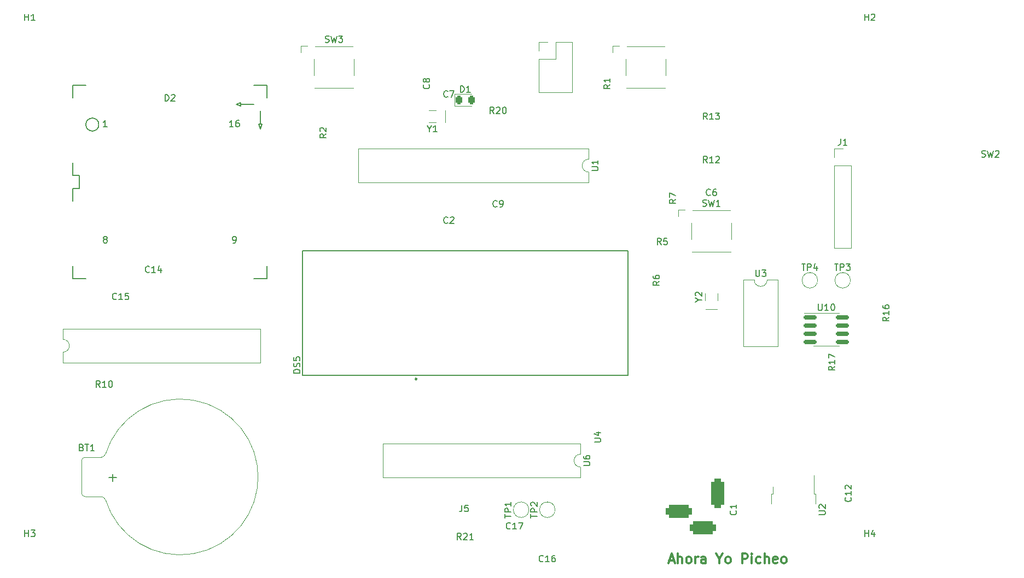
<source format=gbr>
%TF.GenerationSoftware,KiCad,Pcbnew,(6.0.5-0)*%
%TF.CreationDate,2022-07-18T19:56:44-07:00*%
%TF.ProjectId,MartincitoClock,4d617274-696e-4636-9974-6f436c6f636b,rev?*%
%TF.SameCoordinates,PX4b17a20PY8a12ae0*%
%TF.FileFunction,Legend,Top*%
%TF.FilePolarity,Positive*%
%FSLAX46Y46*%
G04 Gerber Fmt 4.6, Leading zero omitted, Abs format (unit mm)*
G04 Created by KiCad (PCBNEW (6.0.5-0)) date 2022-07-18 19:56:44*
%MOMM*%
%LPD*%
G01*
G04 APERTURE LIST*
G04 Aperture macros list*
%AMRoundRect*
0 Rectangle with rounded corners*
0 $1 Rounding radius*
0 $2 $3 $4 $5 $6 $7 $8 $9 X,Y pos of 4 corners*
0 Add a 4 corners polygon primitive as box body*
4,1,4,$2,$3,$4,$5,$6,$7,$8,$9,$2,$3,0*
0 Add four circle primitives for the rounded corners*
1,1,$1+$1,$2,$3*
1,1,$1+$1,$4,$5*
1,1,$1+$1,$6,$7*
1,1,$1+$1,$8,$9*
0 Add four rect primitives between the rounded corners*
20,1,$1+$1,$2,$3,$4,$5,0*
20,1,$1+$1,$4,$5,$6,$7,0*
20,1,$1+$1,$6,$7,$8,$9,0*
20,1,$1+$1,$8,$9,$2,$3,0*%
G04 Aperture macros list end*
%ADD10C,0.300000*%
%ADD11C,0.150000*%
%ADD12C,0.120000*%
%ADD13C,0.250000*%
%ADD14R,1.150000X1.400000*%
%ADD15RoundRect,0.150000X-0.825000X-0.150000X0.825000X-0.150000X0.825000X0.150000X-0.825000X0.150000X0*%
%ADD16C,3.200000*%
%ADD17C,2.000000*%
%ADD18O,1.700000X1.700000*%
%ADD19R,1.700000X1.700000*%
%ADD20R,1.400000X1.150000*%
%ADD21RoundRect,0.243750X-0.243750X-0.456250X0.243750X-0.456250X0.243750X0.456250X-0.243750X0.456250X0*%
%ADD22R,1.800000X1.000000*%
%ADD23R,1.000000X1.800000*%
%ADD24R,1.600000X1.600000*%
%ADD25O,1.600000X1.600000*%
%ADD26C,1.524000*%
%ADD27R,3.000000X3.000000*%
%ADD28C,3.000000*%
%ADD29R,1.200000X2.200000*%
%ADD30R,5.800000X6.400000*%
%ADD31R,1.400000X1.400000*%
%ADD32C,1.400000*%
%ADD33R,1.600000X1.400000*%
%ADD34RoundRect,0.500000X0.500000X-1.750000X0.500000X1.750000X-0.500000X1.750000X-0.500000X-1.750000X0*%
%ADD35RoundRect,0.500000X1.500000X0.500000X-1.500000X0.500000X-1.500000X-0.500000X1.500000X-0.500000X0*%
G04 APERTURE END LIST*
D10*
X105228571Y4830000D02*
X105942857Y4830000D01*
X105085714Y4401429D02*
X105585714Y5901429D01*
X106085714Y4401429D01*
X106585714Y4401429D02*
X106585714Y5901429D01*
X107228571Y4401429D02*
X107228571Y5187143D01*
X107157142Y5330000D01*
X107014285Y5401429D01*
X106800000Y5401429D01*
X106657142Y5330000D01*
X106585714Y5258572D01*
X108157142Y4401429D02*
X108014285Y4472858D01*
X107942857Y4544286D01*
X107871428Y4687143D01*
X107871428Y5115715D01*
X107942857Y5258572D01*
X108014285Y5330000D01*
X108157142Y5401429D01*
X108371428Y5401429D01*
X108514285Y5330000D01*
X108585714Y5258572D01*
X108657142Y5115715D01*
X108657142Y4687143D01*
X108585714Y4544286D01*
X108514285Y4472858D01*
X108371428Y4401429D01*
X108157142Y4401429D01*
X109300000Y4401429D02*
X109300000Y5401429D01*
X109300000Y5115715D02*
X109371428Y5258572D01*
X109442857Y5330000D01*
X109585714Y5401429D01*
X109728571Y5401429D01*
X110871428Y4401429D02*
X110871428Y5187143D01*
X110800000Y5330000D01*
X110657142Y5401429D01*
X110371428Y5401429D01*
X110228571Y5330000D01*
X110871428Y4472858D02*
X110728571Y4401429D01*
X110371428Y4401429D01*
X110228571Y4472858D01*
X110157142Y4615715D01*
X110157142Y4758572D01*
X110228571Y4901429D01*
X110371428Y4972858D01*
X110728571Y4972858D01*
X110871428Y5044286D01*
X113014285Y5115715D02*
X113014285Y4401429D01*
X112514285Y5901429D02*
X113014285Y5115715D01*
X113514285Y5901429D01*
X114228571Y4401429D02*
X114085714Y4472858D01*
X114014285Y4544286D01*
X113942857Y4687143D01*
X113942857Y5115715D01*
X114014285Y5258572D01*
X114085714Y5330000D01*
X114228571Y5401429D01*
X114442857Y5401429D01*
X114585714Y5330000D01*
X114657142Y5258572D01*
X114728571Y5115715D01*
X114728571Y4687143D01*
X114657142Y4544286D01*
X114585714Y4472858D01*
X114442857Y4401429D01*
X114228571Y4401429D01*
X116514285Y4401429D02*
X116514285Y5901429D01*
X117085714Y5901429D01*
X117228571Y5830000D01*
X117300000Y5758572D01*
X117371428Y5615715D01*
X117371428Y5401429D01*
X117300000Y5258572D01*
X117228571Y5187143D01*
X117085714Y5115715D01*
X116514285Y5115715D01*
X118014285Y4401429D02*
X118014285Y5401429D01*
X118014285Y5901429D02*
X117942857Y5830000D01*
X118014285Y5758572D01*
X118085714Y5830000D01*
X118014285Y5901429D01*
X118014285Y5758572D01*
X119371428Y4472858D02*
X119228571Y4401429D01*
X118942857Y4401429D01*
X118800000Y4472858D01*
X118728571Y4544286D01*
X118657142Y4687143D01*
X118657142Y5115715D01*
X118728571Y5258572D01*
X118800000Y5330000D01*
X118942857Y5401429D01*
X119228571Y5401429D01*
X119371428Y5330000D01*
X120014285Y4401429D02*
X120014285Y5901429D01*
X120657142Y4401429D02*
X120657142Y5187143D01*
X120585714Y5330000D01*
X120442857Y5401429D01*
X120228571Y5401429D01*
X120085714Y5330000D01*
X120014285Y5258572D01*
X121942857Y4472858D02*
X121800000Y4401429D01*
X121514285Y4401429D01*
X121371428Y4472858D01*
X121300000Y4615715D01*
X121300000Y5187143D01*
X121371428Y5330000D01*
X121514285Y5401429D01*
X121800000Y5401429D01*
X121942857Y5330000D01*
X122014285Y5187143D01*
X122014285Y5044286D01*
X121300000Y4901429D01*
X122871428Y4401429D02*
X122728571Y4472858D01*
X122657142Y4544286D01*
X122585714Y4687143D01*
X122585714Y5115715D01*
X122657142Y5258572D01*
X122728571Y5330000D01*
X122871428Y5401429D01*
X123085714Y5401429D01*
X123228571Y5330000D01*
X123300000Y5258572D01*
X123371428Y5115715D01*
X123371428Y4687143D01*
X123300000Y4544286D01*
X123228571Y4472858D01*
X123085714Y4401429D01*
X122871428Y4401429D01*
D11*
%TO.C,C6*%
X111593333Y61492858D02*
X111545714Y61445239D01*
X111402857Y61397620D01*
X111307619Y61397620D01*
X111164761Y61445239D01*
X111069523Y61540477D01*
X111021904Y61635715D01*
X110974285Y61826191D01*
X110974285Y61969048D01*
X111021904Y62159524D01*
X111069523Y62254762D01*
X111164761Y62350000D01*
X111307619Y62397620D01*
X111402857Y62397620D01*
X111545714Y62350000D01*
X111593333Y62302381D01*
X112450476Y62397620D02*
X112260000Y62397620D01*
X112164761Y62350000D01*
X112117142Y62302381D01*
X112021904Y62159524D01*
X111974285Y61969048D01*
X111974285Y61588096D01*
X112021904Y61492858D01*
X112069523Y61445239D01*
X112164761Y61397620D01*
X112355238Y61397620D01*
X112450476Y61445239D01*
X112498095Y61492858D01*
X112545714Y61588096D01*
X112545714Y61826191D01*
X112498095Y61921429D01*
X112450476Y61969048D01*
X112355238Y62016667D01*
X112164761Y62016667D01*
X112069523Y61969048D01*
X112021904Y61921429D01*
X111974285Y61826191D01*
%TO.C,U10*%
X128301904Y44587620D02*
X128301904Y43778096D01*
X128349523Y43682858D01*
X128397142Y43635239D01*
X128492380Y43587620D01*
X128682857Y43587620D01*
X128778095Y43635239D01*
X128825714Y43682858D01*
X128873333Y43778096D01*
X128873333Y44587620D01*
X129873333Y43587620D02*
X129301904Y43587620D01*
X129587619Y43587620D02*
X129587619Y44587620D01*
X129492380Y44444762D01*
X129397142Y44349524D01*
X129301904Y44301905D01*
X130492380Y44587620D02*
X130587619Y44587620D01*
X130682857Y44540000D01*
X130730476Y44492381D01*
X130778095Y44397143D01*
X130825714Y44206667D01*
X130825714Y43968572D01*
X130778095Y43778096D01*
X130730476Y43682858D01*
X130682857Y43635239D01*
X130587619Y43587620D01*
X130492380Y43587620D01*
X130397142Y43635239D01*
X130349523Y43682858D01*
X130301904Y43778096D01*
X130254285Y43968572D01*
X130254285Y44206667D01*
X130301904Y44397143D01*
X130349523Y44492381D01*
X130397142Y44540000D01*
X130492380Y44587620D01*
%TO.C,H4*%
X135498095Y8527620D02*
X135498095Y9527620D01*
X135498095Y9051429D02*
X136069523Y9051429D01*
X136069523Y8527620D02*
X136069523Y9527620D01*
X136974285Y9194286D02*
X136974285Y8527620D01*
X136736190Y9575239D02*
X136498095Y8860953D01*
X137117142Y8860953D01*
%TO.C,R20*%
X78097142Y74097620D02*
X77763809Y74573810D01*
X77525714Y74097620D02*
X77525714Y75097620D01*
X77906666Y75097620D01*
X78001904Y75050000D01*
X78049523Y75002381D01*
X78097142Y74907143D01*
X78097142Y74764286D01*
X78049523Y74669048D01*
X78001904Y74621429D01*
X77906666Y74573810D01*
X77525714Y74573810D01*
X78478095Y75002381D02*
X78525714Y75050000D01*
X78620952Y75097620D01*
X78859047Y75097620D01*
X78954285Y75050000D01*
X79001904Y75002381D01*
X79049523Y74907143D01*
X79049523Y74811905D01*
X79001904Y74669048D01*
X78430476Y74097620D01*
X79049523Y74097620D01*
X79668571Y75097620D02*
X79763809Y75097620D01*
X79859047Y75050000D01*
X79906666Y75002381D01*
X79954285Y74907143D01*
X80001904Y74716667D01*
X80001904Y74478572D01*
X79954285Y74288096D01*
X79906666Y74192858D01*
X79859047Y74145239D01*
X79763809Y74097620D01*
X79668571Y74097620D01*
X79573333Y74145239D01*
X79525714Y74192858D01*
X79478095Y74288096D01*
X79430476Y74478572D01*
X79430476Y74716667D01*
X79478095Y74907143D01*
X79525714Y75002381D01*
X79573333Y75050000D01*
X79668571Y75097620D01*
%TO.C,C16*%
X85717142Y4722858D02*
X85669523Y4675239D01*
X85526666Y4627620D01*
X85431428Y4627620D01*
X85288571Y4675239D01*
X85193333Y4770477D01*
X85145714Y4865715D01*
X85098095Y5056191D01*
X85098095Y5199048D01*
X85145714Y5389524D01*
X85193333Y5484762D01*
X85288571Y5580000D01*
X85431428Y5627620D01*
X85526666Y5627620D01*
X85669523Y5580000D01*
X85717142Y5532381D01*
X86669523Y4627620D02*
X86098095Y4627620D01*
X86383809Y4627620D02*
X86383809Y5627620D01*
X86288571Y5484762D01*
X86193333Y5389524D01*
X86098095Y5341905D01*
X87526666Y5627620D02*
X87336190Y5627620D01*
X87240952Y5580000D01*
X87193333Y5532381D01*
X87098095Y5389524D01*
X87050476Y5199048D01*
X87050476Y4818096D01*
X87098095Y4722858D01*
X87145714Y4675239D01*
X87240952Y4627620D01*
X87431428Y4627620D01*
X87526666Y4675239D01*
X87574285Y4722858D01*
X87621904Y4818096D01*
X87621904Y5056191D01*
X87574285Y5151429D01*
X87526666Y5199048D01*
X87431428Y5246667D01*
X87240952Y5246667D01*
X87145714Y5199048D01*
X87098095Y5151429D01*
X87050476Y5056191D01*
%TO.C,C15*%
X19677142Y45362858D02*
X19629523Y45315239D01*
X19486666Y45267620D01*
X19391428Y45267620D01*
X19248571Y45315239D01*
X19153333Y45410477D01*
X19105714Y45505715D01*
X19058095Y45696191D01*
X19058095Y45839048D01*
X19105714Y46029524D01*
X19153333Y46124762D01*
X19248571Y46220000D01*
X19391428Y46267620D01*
X19486666Y46267620D01*
X19629523Y46220000D01*
X19677142Y46172381D01*
X20629523Y45267620D02*
X20058095Y45267620D01*
X20343809Y45267620D02*
X20343809Y46267620D01*
X20248571Y46124762D01*
X20153333Y46029524D01*
X20058095Y45981905D01*
X21534285Y46267620D02*
X21058095Y46267620D01*
X21010476Y45791429D01*
X21058095Y45839048D01*
X21153333Y45886667D01*
X21391428Y45886667D01*
X21486666Y45839048D01*
X21534285Y45791429D01*
X21581904Y45696191D01*
X21581904Y45458096D01*
X21534285Y45362858D01*
X21486666Y45315239D01*
X21391428Y45267620D01*
X21153333Y45267620D01*
X21058095Y45315239D01*
X21010476Y45362858D01*
%TO.C,TP3*%
X130818095Y50805620D02*
X131389523Y50805620D01*
X131103809Y49805620D02*
X131103809Y50805620D01*
X131722857Y49805620D02*
X131722857Y50805620D01*
X132103809Y50805620D01*
X132199047Y50758000D01*
X132246666Y50710381D01*
X132294285Y50615143D01*
X132294285Y50472286D01*
X132246666Y50377048D01*
X132199047Y50329429D01*
X132103809Y50281810D01*
X131722857Y50281810D01*
X132627619Y50805620D02*
X133246666Y50805620D01*
X132913333Y50424667D01*
X133056190Y50424667D01*
X133151428Y50377048D01*
X133199047Y50329429D01*
X133246666Y50234191D01*
X133246666Y49996096D01*
X133199047Y49900858D01*
X133151428Y49853239D01*
X133056190Y49805620D01*
X132770476Y49805620D01*
X132675238Y49853239D01*
X132627619Y49900858D01*
%TO.C,J1*%
X131746666Y70187620D02*
X131746666Y69473334D01*
X131699047Y69330477D01*
X131603809Y69235239D01*
X131460952Y69187620D01*
X131365714Y69187620D01*
X132746666Y69187620D02*
X132175238Y69187620D01*
X132460952Y69187620D02*
X132460952Y70187620D01*
X132365714Y70044762D01*
X132270476Y69949524D01*
X132175238Y69901905D01*
%TO.C,R7*%
X106242380Y60793334D02*
X105766190Y60460000D01*
X106242380Y60221905D02*
X105242380Y60221905D01*
X105242380Y60602858D01*
X105290000Y60698096D01*
X105337619Y60745715D01*
X105432857Y60793334D01*
X105575714Y60793334D01*
X105670952Y60745715D01*
X105718571Y60698096D01*
X105766190Y60602858D01*
X105766190Y60221905D01*
X105242380Y61126667D02*
X105242380Y61793334D01*
X106242380Y61364762D01*
%TO.C,C2*%
X70953333Y57172858D02*
X70905714Y57125239D01*
X70762857Y57077620D01*
X70667619Y57077620D01*
X70524761Y57125239D01*
X70429523Y57220477D01*
X70381904Y57315715D01*
X70334285Y57506191D01*
X70334285Y57649048D01*
X70381904Y57839524D01*
X70429523Y57934762D01*
X70524761Y58030000D01*
X70667619Y58077620D01*
X70762857Y58077620D01*
X70905714Y58030000D01*
X70953333Y57982381D01*
X71334285Y57982381D02*
X71381904Y58030000D01*
X71477142Y58077620D01*
X71715238Y58077620D01*
X71810476Y58030000D01*
X71858095Y57982381D01*
X71905714Y57887143D01*
X71905714Y57791905D01*
X71858095Y57649048D01*
X71286666Y57077620D01*
X71905714Y57077620D01*
%TO.C,R2*%
X52142380Y70953334D02*
X51666190Y70620000D01*
X52142380Y70381905D02*
X51142380Y70381905D01*
X51142380Y70762858D01*
X51190000Y70858096D01*
X51237619Y70905715D01*
X51332857Y70953334D01*
X51475714Y70953334D01*
X51570952Y70905715D01*
X51618571Y70858096D01*
X51666190Y70762858D01*
X51666190Y70381905D01*
X51237619Y71334286D02*
X51190000Y71381905D01*
X51142380Y71477143D01*
X51142380Y71715239D01*
X51190000Y71810477D01*
X51237619Y71858096D01*
X51332857Y71905715D01*
X51428095Y71905715D01*
X51570952Y71858096D01*
X52142380Y71286667D01*
X52142380Y71905715D01*
%TO.C,C9*%
X78573333Y59712858D02*
X78525714Y59665239D01*
X78382857Y59617620D01*
X78287619Y59617620D01*
X78144761Y59665239D01*
X78049523Y59760477D01*
X78001904Y59855715D01*
X77954285Y60046191D01*
X77954285Y60189048D01*
X78001904Y60379524D01*
X78049523Y60474762D01*
X78144761Y60570000D01*
X78287619Y60617620D01*
X78382857Y60617620D01*
X78525714Y60570000D01*
X78573333Y60522381D01*
X79049523Y59617620D02*
X79240000Y59617620D01*
X79335238Y59665239D01*
X79382857Y59712858D01*
X79478095Y59855715D01*
X79525714Y60046191D01*
X79525714Y60427143D01*
X79478095Y60522381D01*
X79430476Y60570000D01*
X79335238Y60617620D01*
X79144761Y60617620D01*
X79049523Y60570000D01*
X79001904Y60522381D01*
X78954285Y60427143D01*
X78954285Y60189048D01*
X79001904Y60093810D01*
X79049523Y60046191D01*
X79144761Y59998572D01*
X79335238Y59998572D01*
X79430476Y60046191D01*
X79478095Y60093810D01*
X79525714Y60189048D01*
%TO.C,D1*%
X72921904Y77397620D02*
X72921904Y78397620D01*
X73160000Y78397620D01*
X73302857Y78350000D01*
X73398095Y78254762D01*
X73445714Y78159524D01*
X73493333Y77969048D01*
X73493333Y77826191D01*
X73445714Y77635715D01*
X73398095Y77540477D01*
X73302857Y77445239D01*
X73160000Y77397620D01*
X72921904Y77397620D01*
X74445714Y77397620D02*
X73874285Y77397620D01*
X74160000Y77397620D02*
X74160000Y78397620D01*
X74064761Y78254762D01*
X73969523Y78159524D01*
X73874285Y78111905D01*
%TO.C,Y2*%
X109786190Y45243810D02*
X110262380Y45243810D01*
X109262380Y44910477D02*
X109786190Y45243810D01*
X109262380Y45577143D01*
X109357619Y45862858D02*
X109310000Y45910477D01*
X109262380Y46005715D01*
X109262380Y46243810D01*
X109310000Y46339048D01*
X109357619Y46386667D01*
X109452857Y46434286D01*
X109548095Y46434286D01*
X109690952Y46386667D01*
X110262380Y45815239D01*
X110262380Y46434286D01*
%TO.C,C7*%
X70953333Y76732858D02*
X70905714Y76685239D01*
X70762857Y76637620D01*
X70667619Y76637620D01*
X70524761Y76685239D01*
X70429523Y76780477D01*
X70381904Y76875715D01*
X70334285Y77066191D01*
X70334285Y77209048D01*
X70381904Y77399524D01*
X70429523Y77494762D01*
X70524761Y77590000D01*
X70667619Y77637620D01*
X70762857Y77637620D01*
X70905714Y77590000D01*
X70953333Y77542381D01*
X71286666Y77637620D02*
X71953333Y77637620D01*
X71524761Y76637620D01*
%TO.C,Y1*%
X68103809Y71733810D02*
X68103809Y71257620D01*
X67770476Y72257620D02*
X68103809Y71733810D01*
X68437142Y72257620D01*
X69294285Y71257620D02*
X68722857Y71257620D01*
X69008571Y71257620D02*
X69008571Y72257620D01*
X68913333Y72114762D01*
X68818095Y72019524D01*
X68722857Y71971905D01*
%TO.C,U3*%
X118628095Y49857620D02*
X118628095Y49048096D01*
X118675714Y48952858D01*
X118723333Y48905239D01*
X118818571Y48857620D01*
X119009047Y48857620D01*
X119104285Y48905239D01*
X119151904Y48952858D01*
X119199523Y49048096D01*
X119199523Y49857620D01*
X119580476Y49857620D02*
X120199523Y49857620D01*
X119866190Y49476667D01*
X120009047Y49476667D01*
X120104285Y49429048D01*
X120151904Y49381429D01*
X120199523Y49286191D01*
X120199523Y49048096D01*
X120151904Y48952858D01*
X120104285Y48905239D01*
X120009047Y48857620D01*
X119723333Y48857620D01*
X119628095Y48905239D01*
X119580476Y48952858D01*
%TO.C,D2*%
X27201904Y76047620D02*
X27201904Y77047620D01*
X27440000Y77047620D01*
X27582857Y77000000D01*
X27678095Y76904762D01*
X27725714Y76809524D01*
X27773333Y76619048D01*
X27773333Y76476191D01*
X27725714Y76285715D01*
X27678095Y76190477D01*
X27582857Y76095239D01*
X27440000Y76047620D01*
X27201904Y76047620D01*
X28154285Y76952381D02*
X28201904Y77000000D01*
X28297142Y77047620D01*
X28535238Y77047620D01*
X28630476Y77000000D01*
X28678095Y76952381D01*
X28725714Y76857143D01*
X28725714Y76761905D01*
X28678095Y76619048D01*
X28106666Y76047620D01*
X28725714Y76047620D01*
X37749523Y72047620D02*
X37178095Y72047620D01*
X37463809Y72047620D02*
X37463809Y73047620D01*
X37368571Y72904762D01*
X37273333Y72809524D01*
X37178095Y72761905D01*
X38606666Y73047620D02*
X38416190Y73047620D01*
X38320952Y73000000D01*
X38273333Y72952381D01*
X38178095Y72809524D01*
X38130476Y72619048D01*
X38130476Y72238096D01*
X38178095Y72142858D01*
X38225714Y72095239D01*
X38320952Y72047620D01*
X38511428Y72047620D01*
X38606666Y72095239D01*
X38654285Y72142858D01*
X38701904Y72238096D01*
X38701904Y72476191D01*
X38654285Y72571429D01*
X38606666Y72619048D01*
X38511428Y72666667D01*
X38320952Y72666667D01*
X38225714Y72619048D01*
X38178095Y72571429D01*
X38130476Y72476191D01*
X37749523Y54047620D02*
X37940000Y54047620D01*
X38035238Y54095239D01*
X38082857Y54142858D01*
X38178095Y54285715D01*
X38225714Y54476191D01*
X38225714Y54857143D01*
X38178095Y54952381D01*
X38130476Y55000000D01*
X38035238Y55047620D01*
X37844761Y55047620D01*
X37749523Y55000000D01*
X37701904Y54952381D01*
X37654285Y54857143D01*
X37654285Y54619048D01*
X37701904Y54523810D01*
X37749523Y54476191D01*
X37844761Y54428572D01*
X38035238Y54428572D01*
X38130476Y54476191D01*
X38178095Y54523810D01*
X38225714Y54619048D01*
X17844761Y54619048D02*
X17749523Y54666667D01*
X17701904Y54714286D01*
X17654285Y54809524D01*
X17654285Y54857143D01*
X17701904Y54952381D01*
X17749523Y55000000D01*
X17844761Y55047620D01*
X18035238Y55047620D01*
X18130476Y55000000D01*
X18178095Y54952381D01*
X18225714Y54857143D01*
X18225714Y54809524D01*
X18178095Y54714286D01*
X18130476Y54666667D01*
X18035238Y54619048D01*
X17844761Y54619048D01*
X17749523Y54571429D01*
X17701904Y54523810D01*
X17654285Y54428572D01*
X17654285Y54238096D01*
X17701904Y54142858D01*
X17749523Y54095239D01*
X17844761Y54047620D01*
X18035238Y54047620D01*
X18130476Y54095239D01*
X18178095Y54142858D01*
X18225714Y54238096D01*
X18225714Y54428572D01*
X18178095Y54523810D01*
X18130476Y54571429D01*
X18035238Y54619048D01*
X18225714Y72047620D02*
X17654285Y72047620D01*
X17940000Y72047620D02*
X17940000Y73047620D01*
X17844761Y72904762D01*
X17749523Y72809524D01*
X17654285Y72761905D01*
%TO.C,C14*%
X24757142Y49552858D02*
X24709523Y49505239D01*
X24566666Y49457620D01*
X24471428Y49457620D01*
X24328571Y49505239D01*
X24233333Y49600477D01*
X24185714Y49695715D01*
X24138095Y49886191D01*
X24138095Y50029048D01*
X24185714Y50219524D01*
X24233333Y50314762D01*
X24328571Y50410000D01*
X24471428Y50457620D01*
X24566666Y50457620D01*
X24709523Y50410000D01*
X24757142Y50362381D01*
X25709523Y49457620D02*
X25138095Y49457620D01*
X25423809Y49457620D02*
X25423809Y50457620D01*
X25328571Y50314762D01*
X25233333Y50219524D01*
X25138095Y50171905D01*
X26566666Y50124286D02*
X26566666Y49457620D01*
X26328571Y50505239D02*
X26090476Y49790953D01*
X26709523Y49790953D01*
%TO.C,R6*%
X103702380Y48093334D02*
X103226190Y47760000D01*
X103702380Y47521905D02*
X102702380Y47521905D01*
X102702380Y47902858D01*
X102750000Y47998096D01*
X102797619Y48045715D01*
X102892857Y48093334D01*
X103035714Y48093334D01*
X103130952Y48045715D01*
X103178571Y47998096D01*
X103226190Y47902858D01*
X103226190Y47521905D01*
X102702380Y48950477D02*
X102702380Y48760000D01*
X102750000Y48664762D01*
X102797619Y48617143D01*
X102940476Y48521905D01*
X103130952Y48474286D01*
X103511904Y48474286D01*
X103607142Y48521905D01*
X103654761Y48569524D01*
X103702380Y48664762D01*
X103702380Y48855239D01*
X103654761Y48950477D01*
X103607142Y48998096D01*
X103511904Y49045715D01*
X103273809Y49045715D01*
X103178571Y48998096D01*
X103130952Y48950477D01*
X103083333Y48855239D01*
X103083333Y48664762D01*
X103130952Y48569524D01*
X103178571Y48521905D01*
X103273809Y48474286D01*
%TO.C,U1*%
X93222380Y65268096D02*
X94031904Y65268096D01*
X94127142Y65315715D01*
X94174761Y65363334D01*
X94222380Y65458572D01*
X94222380Y65649048D01*
X94174761Y65744286D01*
X94127142Y65791905D01*
X94031904Y65839524D01*
X93222380Y65839524D01*
X94222380Y66839524D02*
X94222380Y66268096D01*
X94222380Y66553810D02*
X93222380Y66553810D01*
X93365238Y66458572D01*
X93460476Y66363334D01*
X93508095Y66268096D01*
%TO.C,C8*%
X68047142Y78573334D02*
X68094761Y78525715D01*
X68142380Y78382858D01*
X68142380Y78287620D01*
X68094761Y78144762D01*
X67999523Y78049524D01*
X67904285Y78001905D01*
X67713809Y77954286D01*
X67570952Y77954286D01*
X67380476Y78001905D01*
X67285238Y78049524D01*
X67190000Y78144762D01*
X67142380Y78287620D01*
X67142380Y78382858D01*
X67190000Y78525715D01*
X67237619Y78573334D01*
X67570952Y79144762D02*
X67523333Y79049524D01*
X67475714Y79001905D01*
X67380476Y78954286D01*
X67332857Y78954286D01*
X67237619Y79001905D01*
X67190000Y79049524D01*
X67142380Y79144762D01*
X67142380Y79335239D01*
X67190000Y79430477D01*
X67237619Y79478096D01*
X67332857Y79525715D01*
X67380476Y79525715D01*
X67475714Y79478096D01*
X67523333Y79430477D01*
X67570952Y79335239D01*
X67570952Y79144762D01*
X67618571Y79049524D01*
X67666190Y79001905D01*
X67761428Y78954286D01*
X67951904Y78954286D01*
X68047142Y79001905D01*
X68094761Y79049524D01*
X68142380Y79144762D01*
X68142380Y79335239D01*
X68094761Y79430477D01*
X68047142Y79478096D01*
X67951904Y79525715D01*
X67761428Y79525715D01*
X67666190Y79478096D01*
X67618571Y79430477D01*
X67570952Y79335239D01*
%TO.C,H2*%
X135498095Y88527620D02*
X135498095Y89527620D01*
X135498095Y89051429D02*
X136069523Y89051429D01*
X136069523Y88527620D02*
X136069523Y89527620D01*
X136498095Y89432381D02*
X136545714Y89480000D01*
X136640952Y89527620D01*
X136879047Y89527620D01*
X136974285Y89480000D01*
X137021904Y89432381D01*
X137069523Y89337143D01*
X137069523Y89241905D01*
X137021904Y89099048D01*
X136450476Y88527620D01*
X137069523Y88527620D01*
%TO.C,H3*%
X5498095Y8527620D02*
X5498095Y9527620D01*
X5498095Y9051429D02*
X6069523Y9051429D01*
X6069523Y8527620D02*
X6069523Y9527620D01*
X6450476Y9527620D02*
X7069523Y9527620D01*
X6736190Y9146667D01*
X6879047Y9146667D01*
X6974285Y9099048D01*
X7021904Y9051429D01*
X7069523Y8956191D01*
X7069523Y8718096D01*
X7021904Y8622858D01*
X6974285Y8575239D01*
X6879047Y8527620D01*
X6593333Y8527620D01*
X6498095Y8575239D01*
X6450476Y8622858D01*
%TO.C,R21*%
X73017142Y8057620D02*
X72683809Y8533810D01*
X72445714Y8057620D02*
X72445714Y9057620D01*
X72826666Y9057620D01*
X72921904Y9010000D01*
X72969523Y8962381D01*
X73017142Y8867143D01*
X73017142Y8724286D01*
X72969523Y8629048D01*
X72921904Y8581429D01*
X72826666Y8533810D01*
X72445714Y8533810D01*
X73398095Y8962381D02*
X73445714Y9010000D01*
X73540952Y9057620D01*
X73779047Y9057620D01*
X73874285Y9010000D01*
X73921904Y8962381D01*
X73969523Y8867143D01*
X73969523Y8771905D01*
X73921904Y8629048D01*
X73350476Y8057620D01*
X73969523Y8057620D01*
X74921904Y8057620D02*
X74350476Y8057620D01*
X74636190Y8057620D02*
X74636190Y9057620D01*
X74540952Y8914762D01*
X74445714Y8819524D01*
X74350476Y8771905D01*
%TO.C,BT1*%
X14290599Y22351412D02*
X14433456Y22303793D01*
X14481075Y22256174D01*
X14528694Y22160936D01*
X14528694Y22018079D01*
X14481075Y21922841D01*
X14433456Y21875222D01*
X14338218Y21827603D01*
X13957266Y21827603D01*
X13957266Y22827603D01*
X14290599Y22827603D01*
X14385837Y22779983D01*
X14433456Y22732364D01*
X14481075Y22637126D01*
X14481075Y22541888D01*
X14433456Y22446650D01*
X14385837Y22399031D01*
X14290599Y22351412D01*
X13957266Y22351412D01*
X14814409Y22827603D02*
X15385837Y22827603D01*
X15100123Y21827603D02*
X15100123Y22827603D01*
X16242980Y21827603D02*
X15671552Y21827603D01*
X15957266Y21827603D02*
X15957266Y22827603D01*
X15862028Y22684745D01*
X15766790Y22589507D01*
X15671552Y22541888D01*
X18504885Y17672841D02*
X19647742Y17672841D01*
X19076314Y17101412D02*
X19076314Y18244269D01*
%TO.C,U2*%
X128412380Y11938096D02*
X129221904Y11938096D01*
X129317142Y11985715D01*
X129364761Y12033334D01*
X129412380Y12128572D01*
X129412380Y12319048D01*
X129364761Y12414286D01*
X129317142Y12461905D01*
X129221904Y12509524D01*
X128412380Y12509524D01*
X128507619Y12938096D02*
X128460000Y12985715D01*
X128412380Y13080953D01*
X128412380Y13319048D01*
X128460000Y13414286D01*
X128507619Y13461905D01*
X128602857Y13509524D01*
X128698095Y13509524D01*
X128840952Y13461905D01*
X129412380Y12890477D01*
X129412380Y13509524D01*
%TO.C,R1*%
X96082380Y78573334D02*
X95606190Y78240000D01*
X96082380Y78001905D02*
X95082380Y78001905D01*
X95082380Y78382858D01*
X95130000Y78478096D01*
X95177619Y78525715D01*
X95272857Y78573334D01*
X95415714Y78573334D01*
X95510952Y78525715D01*
X95558571Y78478096D01*
X95606190Y78382858D01*
X95606190Y78001905D01*
X96082380Y79525715D02*
X96082380Y78954286D01*
X96082380Y79240000D02*
X95082380Y79240000D01*
X95225238Y79144762D01*
X95320476Y79049524D01*
X95368095Y78954286D01*
%TO.C,H1*%
X5498095Y88527620D02*
X5498095Y89527620D01*
X5498095Y89051429D02*
X6069523Y89051429D01*
X6069523Y88527620D02*
X6069523Y89527620D01*
X7069523Y88527620D02*
X6498095Y88527620D01*
X6783809Y88527620D02*
X6783809Y89527620D01*
X6688571Y89384762D01*
X6593333Y89289524D01*
X6498095Y89241905D01*
%TO.C,DS5*%
X48087380Y33890596D02*
X47087380Y33890596D01*
X47087380Y34128691D01*
X47135000Y34271548D01*
X47230238Y34366786D01*
X47325476Y34414405D01*
X47515952Y34462024D01*
X47658809Y34462024D01*
X47849285Y34414405D01*
X47944523Y34366786D01*
X48039761Y34271548D01*
X48087380Y34128691D01*
X48087380Y33890596D01*
X48039761Y34842977D02*
X48087380Y34985834D01*
X48087380Y35223929D01*
X48039761Y35319167D01*
X47992142Y35366786D01*
X47896904Y35414405D01*
X47801666Y35414405D01*
X47706428Y35366786D01*
X47658809Y35319167D01*
X47611190Y35223929D01*
X47563571Y35033453D01*
X47515952Y34938215D01*
X47468333Y34890596D01*
X47373095Y34842977D01*
X47277857Y34842977D01*
X47182619Y34890596D01*
X47135000Y34938215D01*
X47087380Y35033453D01*
X47087380Y35271548D01*
X47135000Y35414405D01*
X47087380Y36319167D02*
X47087380Y35842977D01*
X47563571Y35795358D01*
X47515952Y35842977D01*
X47468333Y35938215D01*
X47468333Y36176310D01*
X47515952Y36271548D01*
X47563571Y36319167D01*
X47658809Y36366786D01*
X47896904Y36366786D01*
X47992142Y36319167D01*
X48039761Y36271548D01*
X48087380Y36176310D01*
X48087380Y35938215D01*
X48039761Y35842977D01*
X47992142Y35795358D01*
%TO.C,SW1*%
X110426666Y59775239D02*
X110569523Y59727620D01*
X110807619Y59727620D01*
X110902857Y59775239D01*
X110950476Y59822858D01*
X110998095Y59918096D01*
X110998095Y60013334D01*
X110950476Y60108572D01*
X110902857Y60156191D01*
X110807619Y60203810D01*
X110617142Y60251429D01*
X110521904Y60299048D01*
X110474285Y60346667D01*
X110426666Y60441905D01*
X110426666Y60537143D01*
X110474285Y60632381D01*
X110521904Y60680000D01*
X110617142Y60727620D01*
X110855238Y60727620D01*
X110998095Y60680000D01*
X111331428Y60727620D02*
X111569523Y59727620D01*
X111760000Y60441905D01*
X111950476Y59727620D01*
X112188571Y60727620D01*
X113093333Y59727620D02*
X112521904Y59727620D01*
X112807619Y59727620D02*
X112807619Y60727620D01*
X112712380Y60584762D01*
X112617142Y60489524D01*
X112521904Y60441905D01*
%TO.C,J5*%
X73142980Y13417620D02*
X73142980Y12703334D01*
X73095361Y12560477D01*
X73000123Y12465239D01*
X72857266Y12417620D01*
X72762028Y12417620D01*
X74095361Y13417620D02*
X73619171Y13417620D01*
X73571552Y12941429D01*
X73619171Y12989048D01*
X73714409Y13036667D01*
X73952504Y13036667D01*
X74047742Y12989048D01*
X74095361Y12941429D01*
X74142980Y12846191D01*
X74142980Y12608096D01*
X74095361Y12512858D01*
X74047742Y12465239D01*
X73952504Y12417620D01*
X73714409Y12417620D01*
X73619171Y12465239D01*
X73571552Y12512858D01*
%TO.C,R17*%
X130882380Y34917143D02*
X130406190Y34583810D01*
X130882380Y34345715D02*
X129882380Y34345715D01*
X129882380Y34726667D01*
X129930000Y34821905D01*
X129977619Y34869524D01*
X130072857Y34917143D01*
X130215714Y34917143D01*
X130310952Y34869524D01*
X130358571Y34821905D01*
X130406190Y34726667D01*
X130406190Y34345715D01*
X130882380Y35869524D02*
X130882380Y35298096D01*
X130882380Y35583810D02*
X129882380Y35583810D01*
X130025238Y35488572D01*
X130120476Y35393334D01*
X130168095Y35298096D01*
X129882380Y36202858D02*
X129882380Y36869524D01*
X130882380Y36440953D01*
%TO.C,U6*%
X91957380Y19548096D02*
X92766904Y19548096D01*
X92862142Y19595715D01*
X92909761Y19643334D01*
X92957380Y19738572D01*
X92957380Y19929048D01*
X92909761Y20024286D01*
X92862142Y20071905D01*
X92766904Y20119524D01*
X91957380Y20119524D01*
X91957380Y21024286D02*
X91957380Y20833810D01*
X92005000Y20738572D01*
X92052619Y20690953D01*
X92195476Y20595715D01*
X92385952Y20548096D01*
X92766904Y20548096D01*
X92862142Y20595715D01*
X92909761Y20643334D01*
X92957380Y20738572D01*
X92957380Y20929048D01*
X92909761Y21024286D01*
X92862142Y21071905D01*
X92766904Y21119524D01*
X92528809Y21119524D01*
X92433571Y21071905D01*
X92385952Y21024286D01*
X92338333Y20929048D01*
X92338333Y20738572D01*
X92385952Y20643334D01*
X92433571Y20595715D01*
X92528809Y20548096D01*
%TO.C,C17*%
X80637142Y9802858D02*
X80589523Y9755239D01*
X80446666Y9707620D01*
X80351428Y9707620D01*
X80208571Y9755239D01*
X80113333Y9850477D01*
X80065714Y9945715D01*
X80018095Y10136191D01*
X80018095Y10279048D01*
X80065714Y10469524D01*
X80113333Y10564762D01*
X80208571Y10660000D01*
X80351428Y10707620D01*
X80446666Y10707620D01*
X80589523Y10660000D01*
X80637142Y10612381D01*
X81589523Y9707620D02*
X81018095Y9707620D01*
X81303809Y9707620D02*
X81303809Y10707620D01*
X81208571Y10564762D01*
X81113333Y10469524D01*
X81018095Y10421905D01*
X81922857Y10707620D02*
X82589523Y10707620D01*
X82160952Y9707620D01*
%TO.C,TP1*%
X79764380Y11438096D02*
X79764380Y12009524D01*
X80764380Y11723810D02*
X79764380Y11723810D01*
X80764380Y12342858D02*
X79764380Y12342858D01*
X79764380Y12723810D01*
X79812000Y12819048D01*
X79859619Y12866667D01*
X79954857Y12914286D01*
X80097714Y12914286D01*
X80192952Y12866667D01*
X80240571Y12819048D01*
X80288190Y12723810D01*
X80288190Y12342858D01*
X80764380Y13866667D02*
X80764380Y13295239D01*
X80764380Y13580953D02*
X79764380Y13580953D01*
X79907238Y13485715D01*
X80002476Y13390477D01*
X80050095Y13295239D01*
%TO.C,SW2*%
X153606666Y67395239D02*
X153749523Y67347620D01*
X153987619Y67347620D01*
X154082857Y67395239D01*
X154130476Y67442858D01*
X154178095Y67538096D01*
X154178095Y67633334D01*
X154130476Y67728572D01*
X154082857Y67776191D01*
X153987619Y67823810D01*
X153797142Y67871429D01*
X153701904Y67919048D01*
X153654285Y67966667D01*
X153606666Y68061905D01*
X153606666Y68157143D01*
X153654285Y68252381D01*
X153701904Y68300000D01*
X153797142Y68347620D01*
X154035238Y68347620D01*
X154178095Y68300000D01*
X154511428Y68347620D02*
X154749523Y67347620D01*
X154940000Y68061905D01*
X155130476Y67347620D01*
X155368571Y68347620D01*
X155701904Y68252381D02*
X155749523Y68300000D01*
X155844761Y68347620D01*
X156082857Y68347620D01*
X156178095Y68300000D01*
X156225714Y68252381D01*
X156273333Y68157143D01*
X156273333Y68061905D01*
X156225714Y67919048D01*
X155654285Y67347620D01*
X156273333Y67347620D01*
%TO.C,R5*%
X103973333Y53777620D02*
X103640000Y54253810D01*
X103401904Y53777620D02*
X103401904Y54777620D01*
X103782857Y54777620D01*
X103878095Y54730000D01*
X103925714Y54682381D01*
X103973333Y54587143D01*
X103973333Y54444286D01*
X103925714Y54349048D01*
X103878095Y54301429D01*
X103782857Y54253810D01*
X103401904Y54253810D01*
X104878095Y54777620D02*
X104401904Y54777620D01*
X104354285Y54301429D01*
X104401904Y54349048D01*
X104497142Y54396667D01*
X104735238Y54396667D01*
X104830476Y54349048D01*
X104878095Y54301429D01*
X104925714Y54206191D01*
X104925714Y53968096D01*
X104878095Y53872858D01*
X104830476Y53825239D01*
X104735238Y53777620D01*
X104497142Y53777620D01*
X104401904Y53825239D01*
X104354285Y53872858D01*
%TO.C,R13*%
X111117142Y73207620D02*
X110783809Y73683810D01*
X110545714Y73207620D02*
X110545714Y74207620D01*
X110926666Y74207620D01*
X111021904Y74160000D01*
X111069523Y74112381D01*
X111117142Y74017143D01*
X111117142Y73874286D01*
X111069523Y73779048D01*
X111021904Y73731429D01*
X110926666Y73683810D01*
X110545714Y73683810D01*
X112069523Y73207620D02*
X111498095Y73207620D01*
X111783809Y73207620D02*
X111783809Y74207620D01*
X111688571Y74064762D01*
X111593333Y73969524D01*
X111498095Y73921905D01*
X112402857Y74207620D02*
X113021904Y74207620D01*
X112688571Y73826667D01*
X112831428Y73826667D01*
X112926666Y73779048D01*
X112974285Y73731429D01*
X113021904Y73636191D01*
X113021904Y73398096D01*
X112974285Y73302858D01*
X112926666Y73255239D01*
X112831428Y73207620D01*
X112545714Y73207620D01*
X112450476Y73255239D01*
X112402857Y73302858D01*
%TO.C,SW3*%
X52006666Y85175239D02*
X52149523Y85127620D01*
X52387619Y85127620D01*
X52482857Y85175239D01*
X52530476Y85222858D01*
X52578095Y85318096D01*
X52578095Y85413334D01*
X52530476Y85508572D01*
X52482857Y85556191D01*
X52387619Y85603810D01*
X52197142Y85651429D01*
X52101904Y85699048D01*
X52054285Y85746667D01*
X52006666Y85841905D01*
X52006666Y85937143D01*
X52054285Y86032381D01*
X52101904Y86080000D01*
X52197142Y86127620D01*
X52435238Y86127620D01*
X52578095Y86080000D01*
X52911428Y86127620D02*
X53149523Y85127620D01*
X53340000Y85841905D01*
X53530476Y85127620D01*
X53768571Y86127620D01*
X54054285Y86127620D02*
X54673333Y86127620D01*
X54340000Y85746667D01*
X54482857Y85746667D01*
X54578095Y85699048D01*
X54625714Y85651429D01*
X54673333Y85556191D01*
X54673333Y85318096D01*
X54625714Y85222858D01*
X54578095Y85175239D01*
X54482857Y85127620D01*
X54197142Y85127620D01*
X54101904Y85175239D01*
X54054285Y85222858D01*
%TO.C,TP4*%
X125738095Y50805620D02*
X126309523Y50805620D01*
X126023809Y49805620D02*
X126023809Y50805620D01*
X126642857Y49805620D02*
X126642857Y50805620D01*
X127023809Y50805620D01*
X127119047Y50758000D01*
X127166666Y50710381D01*
X127214285Y50615143D01*
X127214285Y50472286D01*
X127166666Y50377048D01*
X127119047Y50329429D01*
X127023809Y50281810D01*
X126642857Y50281810D01*
X128071428Y50472286D02*
X128071428Y49805620D01*
X127833333Y50853239D02*
X127595238Y50138953D01*
X128214285Y50138953D01*
%TO.C,C12*%
X133327142Y14597143D02*
X133374761Y14549524D01*
X133422380Y14406667D01*
X133422380Y14311429D01*
X133374761Y14168572D01*
X133279523Y14073334D01*
X133184285Y14025715D01*
X132993809Y13978096D01*
X132850952Y13978096D01*
X132660476Y14025715D01*
X132565238Y14073334D01*
X132470000Y14168572D01*
X132422380Y14311429D01*
X132422380Y14406667D01*
X132470000Y14549524D01*
X132517619Y14597143D01*
X133422380Y15549524D02*
X133422380Y14978096D01*
X133422380Y15263810D02*
X132422380Y15263810D01*
X132565238Y15168572D01*
X132660476Y15073334D01*
X132708095Y14978096D01*
X132517619Y15930477D02*
X132470000Y15978096D01*
X132422380Y16073334D01*
X132422380Y16311429D01*
X132470000Y16406667D01*
X132517619Y16454286D01*
X132612857Y16501905D01*
X132708095Y16501905D01*
X132850952Y16454286D01*
X133422380Y15882858D01*
X133422380Y16501905D01*
%TO.C,TP2*%
X83814380Y11438096D02*
X83814380Y12009524D01*
X84814380Y11723810D02*
X83814380Y11723810D01*
X84814380Y12342858D02*
X83814380Y12342858D01*
X83814380Y12723810D01*
X83862000Y12819048D01*
X83909619Y12866667D01*
X84004857Y12914286D01*
X84147714Y12914286D01*
X84242952Y12866667D01*
X84290571Y12819048D01*
X84338190Y12723810D01*
X84338190Y12342858D01*
X83909619Y13295239D02*
X83862000Y13342858D01*
X83814380Y13438096D01*
X83814380Y13676191D01*
X83862000Y13771429D01*
X83909619Y13819048D01*
X84004857Y13866667D01*
X84100095Y13866667D01*
X84242952Y13819048D01*
X84814380Y13247620D01*
X84814380Y13866667D01*
%TO.C,U4*%
X93642397Y23194410D02*
X94451921Y23194410D01*
X94547159Y23242029D01*
X94594778Y23289648D01*
X94642397Y23384886D01*
X94642397Y23575362D01*
X94594778Y23670600D01*
X94547159Y23718219D01*
X94451921Y23765838D01*
X93642397Y23765838D01*
X93975731Y24670600D02*
X94642397Y24670600D01*
X93594778Y24432505D02*
X94309064Y24194410D01*
X94309064Y24813457D01*
%TO.C,C1*%
X115547142Y12533334D02*
X115594761Y12485715D01*
X115642380Y12342858D01*
X115642380Y12247620D01*
X115594761Y12104762D01*
X115499523Y12009524D01*
X115404285Y11961905D01*
X115213809Y11914286D01*
X115070952Y11914286D01*
X114880476Y11961905D01*
X114785238Y12009524D01*
X114690000Y12104762D01*
X114642380Y12247620D01*
X114642380Y12342858D01*
X114690000Y12485715D01*
X114737619Y12533334D01*
X115642380Y13485715D02*
X115642380Y12914286D01*
X115642380Y13200000D02*
X114642380Y13200000D01*
X114785238Y13104762D01*
X114880476Y13009524D01*
X114928095Y12914286D01*
%TO.C,R12*%
X111117142Y66477620D02*
X110783809Y66953810D01*
X110545714Y66477620D02*
X110545714Y67477620D01*
X110926666Y67477620D01*
X111021904Y67430000D01*
X111069523Y67382381D01*
X111117142Y67287143D01*
X111117142Y67144286D01*
X111069523Y67049048D01*
X111021904Y67001429D01*
X110926666Y66953810D01*
X110545714Y66953810D01*
X112069523Y66477620D02*
X111498095Y66477620D01*
X111783809Y66477620D02*
X111783809Y67477620D01*
X111688571Y67334762D01*
X111593333Y67239524D01*
X111498095Y67191905D01*
X112450476Y67382381D02*
X112498095Y67430000D01*
X112593333Y67477620D01*
X112831428Y67477620D01*
X112926666Y67430000D01*
X112974285Y67382381D01*
X113021904Y67287143D01*
X113021904Y67191905D01*
X112974285Y67049048D01*
X112402857Y66477620D01*
X113021904Y66477620D01*
%TO.C,R10*%
X17137142Y31677620D02*
X16803809Y32153810D01*
X16565714Y31677620D02*
X16565714Y32677620D01*
X16946666Y32677620D01*
X17041904Y32630000D01*
X17089523Y32582381D01*
X17137142Y32487143D01*
X17137142Y32344286D01*
X17089523Y32249048D01*
X17041904Y32201429D01*
X16946666Y32153810D01*
X16565714Y32153810D01*
X18089523Y31677620D02*
X17518095Y31677620D01*
X17803809Y31677620D02*
X17803809Y32677620D01*
X17708571Y32534762D01*
X17613333Y32439524D01*
X17518095Y32391905D01*
X18708571Y32677620D02*
X18803809Y32677620D01*
X18899047Y32630000D01*
X18946666Y32582381D01*
X18994285Y32487143D01*
X19041904Y32296667D01*
X19041904Y32058572D01*
X18994285Y31868096D01*
X18946666Y31772858D01*
X18899047Y31725239D01*
X18803809Y31677620D01*
X18708571Y31677620D01*
X18613333Y31725239D01*
X18565714Y31772858D01*
X18518095Y31868096D01*
X18470476Y32058572D01*
X18470476Y32296667D01*
X18518095Y32487143D01*
X18565714Y32582381D01*
X18613333Y32630000D01*
X18708571Y32677620D01*
%TO.C,R16*%
X139262380Y42537143D02*
X138786190Y42203810D01*
X139262380Y41965715D02*
X138262380Y41965715D01*
X138262380Y42346667D01*
X138310000Y42441905D01*
X138357619Y42489524D01*
X138452857Y42537143D01*
X138595714Y42537143D01*
X138690952Y42489524D01*
X138738571Y42441905D01*
X138786190Y42346667D01*
X138786190Y41965715D01*
X139262380Y43489524D02*
X139262380Y42918096D01*
X139262380Y43203810D02*
X138262380Y43203810D01*
X138405238Y43108572D01*
X138500476Y43013334D01*
X138548095Y42918096D01*
X138262380Y44346667D02*
X138262380Y44156191D01*
X138310000Y44060953D01*
X138357619Y44013334D01*
X138500476Y43918096D01*
X138690952Y43870477D01*
X139071904Y43870477D01*
X139167142Y43918096D01*
X139214761Y43965715D01*
X139262380Y44060953D01*
X139262380Y44251429D01*
X139214761Y44346667D01*
X139167142Y44394286D01*
X139071904Y44441905D01*
X138833809Y44441905D01*
X138738571Y44394286D01*
X138690952Y44346667D01*
X138643333Y44251429D01*
X138643333Y44060953D01*
X138690952Y43965715D01*
X138738571Y43918096D01*
X138833809Y43870477D01*
D12*
%TO.C,U10*%
X129540000Y38080000D02*
X131490000Y38080000D01*
X129540000Y38080000D02*
X127590000Y38080000D01*
X129540000Y43200000D02*
X131490000Y43200000D01*
X129540000Y43200000D02*
X126090000Y43200000D01*
%TO.C,TP3*%
X133280000Y48260000D02*
G75*
G03*
X133280000Y48260000I-1200000J0D01*
G01*
%TO.C,J1*%
X130750000Y53280000D02*
X133410000Y53280000D01*
X130750000Y66040000D02*
X130750000Y53280000D01*
X133410000Y66040000D02*
X133410000Y53280000D01*
X130750000Y66040000D02*
X133410000Y66040000D01*
X130750000Y67310000D02*
X130750000Y68640000D01*
X130750000Y68640000D02*
X132080000Y68640000D01*
%TO.C,D1*%
X74660000Y77160000D02*
X71975000Y77160000D01*
X71975000Y77160000D02*
X71975000Y75240000D01*
X71975000Y75240000D02*
X74660000Y75240000D01*
%TO.C,Y2*%
X110860000Y43770000D02*
X112660000Y43770000D01*
X112710000Y45170000D02*
X112710000Y46270000D01*
X110810000Y45170000D02*
X110810000Y46270000D01*
%TO.C,Y1*%
X70530000Y72760000D02*
X70530000Y74560000D01*
X69130000Y74610000D02*
X68030000Y74610000D01*
X69130000Y72710000D02*
X68030000Y72710000D01*
%TO.C,U3*%
X116740000Y38030000D02*
X122040000Y38030000D01*
X116740000Y48310000D02*
X116740000Y38030000D01*
X118390000Y48310000D02*
X116740000Y48310000D01*
X122040000Y48310000D02*
X120390000Y48310000D01*
X122040000Y38030000D02*
X122040000Y48310000D01*
X118390000Y48310000D02*
G75*
G03*
X120390000Y48310000I1000000J0D01*
G01*
D11*
%TO.C,D2*%
X13940000Y62500000D02*
X12940000Y62500000D01*
X13940000Y64500000D02*
X13940000Y62500000D01*
X12940000Y64500000D02*
X13940000Y64500000D01*
X16940000Y72390000D02*
G75*
G03*
X16940000Y72390000I-1000000J0D01*
G01*
X40940000Y75500000D02*
X38940000Y75500000D01*
X41940000Y74500000D02*
X41940000Y72500000D01*
X38190000Y75500000D02*
X38940000Y75250000D01*
X38940000Y75750000D02*
X38190000Y75500000D01*
X38940000Y75250000D02*
X38940000Y75750000D01*
X41940000Y71750000D02*
X41690000Y72500000D01*
X42190000Y72500000D02*
X41940000Y71750000D01*
X41690000Y72500000D02*
X42190000Y72500000D01*
X12940000Y76500000D02*
X12940000Y78500000D01*
X12940000Y78500000D02*
X14940000Y78500000D01*
X40940000Y78500000D02*
X42940000Y78500000D01*
X42940000Y78500000D02*
X42940000Y76500000D01*
X14940000Y48500000D02*
X12940000Y48500000D01*
X12940000Y48500000D02*
X12940000Y50500000D01*
X42940000Y50500000D02*
X42940000Y48500000D01*
X42940000Y48500000D02*
X40940000Y48500000D01*
X12940000Y64500000D02*
X12940000Y66500000D01*
X12940000Y62500000D02*
X12940000Y60500000D01*
D12*
%TO.C,U1*%
X92770000Y63380000D02*
X92770000Y65030000D01*
X57090000Y63380000D02*
X92770000Y63380000D01*
X57090000Y68680000D02*
X57090000Y63380000D01*
X92770000Y68680000D02*
X57090000Y68680000D01*
X92770000Y67030000D02*
X92770000Y68680000D01*
X92770000Y67030000D02*
G75*
G03*
X92770000Y65030000I0J-1000000D01*
G01*
%TO.C,BT1*%
X14826314Y14729983D02*
X17276314Y14729983D01*
X17276314Y20829983D02*
X14826314Y20829983D01*
X14276314Y20279983D02*
X14276314Y15279983D01*
X17976314Y14259983D02*
G75*
G03*
X41589757Y18295974I11550000J3520000D01*
G01*
X14276314Y15279983D02*
G75*
G03*
X14826314Y14729983I549999J-1D01*
G01*
X14826314Y20829983D02*
G75*
G03*
X14276314Y20279983I-1J-549999D01*
G01*
X41589757Y17263992D02*
G75*
G03*
X17976314Y21299983I-12063443J515991D01*
G01*
X17276314Y20829983D02*
G75*
G03*
X17981083Y21323468I0J750000D01*
G01*
X17981083Y14236498D02*
G75*
G03*
X17276314Y14729983I-704769J-256515D01*
G01*
%TO.C,U2*%
X127910000Y13670000D02*
X127910000Y15170000D01*
X127640000Y15170000D02*
X127640000Y18000000D01*
X121280000Y15170000D02*
X121280000Y16270000D01*
X121010000Y13670000D02*
X121010000Y15170000D01*
X127910000Y15170000D02*
X127640000Y15170000D01*
X121010000Y15170000D02*
X121280000Y15170000D01*
D13*
%TO.C,DS5*%
X66165000Y32955000D02*
G75*
G03*
X66165000Y32955000I-125000J0D01*
G01*
D11*
X98885000Y33555000D02*
X48435000Y33555000D01*
X98885000Y33555000D02*
X98885000Y52805000D01*
X98885000Y52805000D02*
X48435000Y52805000D01*
X48435000Y33555000D02*
X48435000Y52805000D01*
D12*
%TO.C,SW1*%
X106660000Y59180000D02*
X107660000Y59180000D01*
X106660000Y58180000D02*
X106660000Y59180000D01*
X108660000Y57180000D02*
X108660000Y54580000D01*
X114860000Y57180000D02*
X114860000Y54580000D01*
X114760000Y52630000D02*
X108760000Y52630000D01*
X114660000Y59130000D02*
X108860000Y59130000D01*
%TO.C,J5*%
X85030000Y85150000D02*
X86360000Y85150000D01*
X85030000Y83820000D02*
X85030000Y85150000D01*
X87630000Y85150000D02*
X90230000Y85150000D01*
X87630000Y82550000D02*
X87630000Y85150000D01*
X85030000Y82550000D02*
X87630000Y82550000D01*
X90230000Y85150000D02*
X90230000Y77410000D01*
X85030000Y82550000D02*
X85030000Y77410000D01*
X85030000Y77410000D02*
X90230000Y77410000D01*
%TO.C,U6*%
X91505000Y21310000D02*
X91505000Y22960000D01*
X60905000Y22960000D02*
X60905000Y17660000D01*
X91505000Y17660000D02*
X91505000Y19310000D01*
X91505000Y22960000D02*
X60905000Y22960000D01*
X60905000Y17660000D02*
X91505000Y17660000D01*
X91505000Y21310000D02*
G75*
G03*
X91505000Y19310000I0J-1000000D01*
G01*
%TO.C,TP1*%
X83510000Y12700000D02*
G75*
G03*
X83510000Y12700000I-1200000J0D01*
G01*
%TO.C,SW2*%
X96500000Y84580000D02*
X97500000Y84580000D01*
X96500000Y83580000D02*
X96500000Y84580000D01*
X98500000Y82580000D02*
X98500000Y79980000D01*
X104700000Y82580000D02*
X104700000Y79980000D01*
X104600000Y78030000D02*
X98600000Y78030000D01*
X104500000Y84530000D02*
X98700000Y84530000D01*
%TO.C,SW3*%
X48240000Y84580000D02*
X49240000Y84580000D01*
X48240000Y83580000D02*
X48240000Y84580000D01*
X50240000Y82580000D02*
X50240000Y79980000D01*
X56440000Y82580000D02*
X56440000Y79980000D01*
X56340000Y78030000D02*
X50340000Y78030000D01*
X56240000Y84530000D02*
X50440000Y84530000D01*
%TO.C,TP4*%
X128200000Y48260000D02*
G75*
G03*
X128200000Y48260000I-1200000J0D01*
G01*
%TO.C,TP2*%
X87560000Y12700000D02*
G75*
G03*
X87560000Y12700000I-1200000J0D01*
G01*
%TO.C,U4*%
X11370000Y37110000D02*
X11370000Y35460000D01*
X41970000Y35460000D02*
X41970000Y40760000D01*
X11370000Y40760000D02*
X11370000Y39110000D01*
X11370000Y35460000D02*
X41970000Y35460000D01*
X41970000Y40760000D02*
X11370000Y40760000D01*
X11370000Y37110000D02*
G75*
G03*
X11370000Y39110000I0J1000000D01*
G01*
%TD*%
%LPC*%
D14*
%TO.C,C6*%
X112610000Y63500000D03*
X110910000Y63500000D03*
%TD*%
D15*
%TO.C,U10*%
X127065000Y42545000D03*
X127065000Y41275000D03*
X127065000Y40005000D03*
X127065000Y38735000D03*
X132015000Y38735000D03*
X132015000Y40005000D03*
X132015000Y41275000D03*
X132015000Y42545000D03*
%TD*%
D16*
%TO.C,H4*%
X136260000Y4780000D03*
%TD*%
D14*
%TO.C,R20*%
X79590000Y76200000D03*
X77890000Y76200000D03*
%TD*%
%TO.C,C16*%
X77890000Y5080000D03*
X79590000Y5080000D03*
%TD*%
%TO.C,C15*%
X24550000Y45720000D03*
X26250000Y45720000D03*
%TD*%
D17*
%TO.C,TP3*%
X132080000Y48260000D03*
%TD*%
D18*
%TO.C,J1*%
X132080000Y54610000D03*
X132080000Y57150000D03*
X132080000Y59690000D03*
X132080000Y62230000D03*
X132080000Y64770000D03*
D19*
X132080000Y67310000D03*
%TD*%
D20*
%TO.C,R7*%
X104140000Y61810000D03*
X104140000Y60110000D03*
%TD*%
D14*
%TO.C,C2*%
X70270000Y55880000D03*
X71970000Y55880000D03*
%TD*%
D20*
%TO.C,R2*%
X53340000Y70270000D03*
X53340000Y71970000D03*
%TD*%
D14*
%TO.C,C9*%
X77890000Y58420000D03*
X79590000Y58420000D03*
%TD*%
D21*
%TO.C,D1*%
X72722500Y76200000D03*
X74597500Y76200000D03*
%TD*%
D22*
%TO.C,Y2*%
X111760000Y44470000D03*
X111760000Y46970000D03*
%TD*%
D14*
%TO.C,C7*%
X71970000Y78740000D03*
X70270000Y78740000D03*
%TD*%
D23*
%TO.C,Y1*%
X69830000Y73660000D03*
X67330000Y73660000D03*
%TD*%
D24*
%TO.C,U3*%
X115580000Y46980000D03*
D25*
X115580000Y44440000D03*
X115580000Y41900000D03*
X115580000Y39360000D03*
X123200000Y39360000D03*
X123200000Y41900000D03*
X123200000Y44440000D03*
X123200000Y46980000D03*
%TD*%
D26*
%TO.C,D2*%
X15940000Y72390000D03*
X15940000Y69850000D03*
X15940000Y67310000D03*
X15940000Y64770000D03*
X15940000Y62230000D03*
X15940000Y59690000D03*
X15940000Y57150000D03*
X15940000Y54610000D03*
X39940000Y54610000D03*
X39940000Y57150000D03*
X39940000Y59690000D03*
X39940000Y62230000D03*
X39940000Y64770000D03*
X39940000Y67310000D03*
X39940000Y69850000D03*
X39940000Y72390000D03*
%TD*%
D14*
%TO.C,C14*%
X24550000Y48260000D03*
X26250000Y48260000D03*
%TD*%
D20*
%TO.C,R6*%
X101600000Y49110000D03*
X101600000Y47410000D03*
%TD*%
D24*
%TO.C,U1*%
X91440000Y69840000D03*
D25*
X88900000Y69840000D03*
X86360000Y69840000D03*
X83820000Y69840000D03*
X81280000Y69840000D03*
X78740000Y69840000D03*
X76200000Y69840000D03*
X73660000Y69840000D03*
X71120000Y69840000D03*
X68580000Y69840000D03*
X66040000Y69840000D03*
X63500000Y69840000D03*
X60960000Y69840000D03*
X58420000Y69840000D03*
X58420000Y62220000D03*
X60960000Y62220000D03*
X63500000Y62220000D03*
X66040000Y62220000D03*
X68580000Y62220000D03*
X71120000Y62220000D03*
X73660000Y62220000D03*
X76200000Y62220000D03*
X78740000Y62220000D03*
X81280000Y62220000D03*
X83820000Y62220000D03*
X86360000Y62220000D03*
X88900000Y62220000D03*
X91440000Y62220000D03*
%TD*%
D20*
%TO.C,C8*%
X66040000Y79590000D03*
X66040000Y77890000D03*
%TD*%
D16*
%TO.C,H2*%
X136260000Y84780000D03*
%TD*%
%TO.C,H3*%
X6260000Y4780000D03*
%TD*%
D14*
%TO.C,R21*%
X77050000Y10160000D03*
X75350000Y10160000D03*
%TD*%
D27*
%TO.C,BT1*%
X16326314Y17779983D03*
D28*
X36816314Y17779983D03*
%TD*%
D29*
%TO.C,U2*%
X126740000Y16900000D03*
D30*
X124460000Y10600000D03*
D29*
X122180000Y16900000D03*
%TD*%
D20*
%TO.C,R1*%
X93980000Y79590000D03*
X93980000Y77890000D03*
%TD*%
D16*
%TO.C,H1*%
X6260000Y84780000D03*
%TD*%
D31*
%TO.C,DS5*%
X66040000Y35560000D03*
D32*
X68580000Y35560000D03*
X71120000Y35560000D03*
X73660000Y35560000D03*
X76200000Y35560000D03*
X78740000Y35560000D03*
X81280000Y35560000D03*
X81280000Y50800000D03*
X78740000Y50800000D03*
X76200000Y50800000D03*
X73660000Y50800000D03*
X71120000Y50800000D03*
X68580000Y50800000D03*
X66040000Y50800000D03*
%TD*%
D33*
%TO.C,SW1*%
X115760000Y58130000D03*
X107760000Y58130000D03*
X115760000Y53630000D03*
X107760000Y53630000D03*
%TD*%
D19*
%TO.C,J5*%
X86360000Y83820000D03*
D18*
X88900000Y83820000D03*
X86360000Y81280000D03*
X88900000Y81280000D03*
X86360000Y78740000D03*
X88900000Y78740000D03*
%TD*%
D20*
%TO.C,R17*%
X132080000Y34710000D03*
X132080000Y36410000D03*
%TD*%
D24*
%TO.C,U6*%
X90175000Y24120000D03*
D25*
X87635000Y24120000D03*
X85095000Y24120000D03*
X82555000Y24120000D03*
X80015000Y24120000D03*
X77475000Y24120000D03*
X74935000Y24120000D03*
X72395000Y24120000D03*
X69855000Y24120000D03*
X67315000Y24120000D03*
X64775000Y24120000D03*
X62235000Y24120000D03*
X62235000Y16500000D03*
X64775000Y16500000D03*
X67315000Y16500000D03*
X69855000Y16500000D03*
X72395000Y16500000D03*
X74935000Y16500000D03*
X77475000Y16500000D03*
X80015000Y16500000D03*
X82555000Y16500000D03*
X85095000Y16500000D03*
X87635000Y16500000D03*
X90175000Y16500000D03*
%TD*%
D14*
%TO.C,C17*%
X77890000Y7620000D03*
X79590000Y7620000D03*
%TD*%
D17*
%TO.C,TP1*%
X82310000Y12700000D03*
%TD*%
D33*
%TO.C,SW2*%
X105600000Y83530000D03*
X97600000Y83530000D03*
X105600000Y79030000D03*
X97600000Y79030000D03*
%TD*%
D14*
%TO.C,R5*%
X104990000Y55880000D03*
X103290000Y55880000D03*
%TD*%
%TO.C,R13*%
X112610000Y71120000D03*
X110910000Y71120000D03*
%TD*%
D33*
%TO.C,SW3*%
X57340000Y83530000D03*
X49340000Y83530000D03*
X57340000Y79030000D03*
X49340000Y79030000D03*
%TD*%
D17*
%TO.C,TP4*%
X127000000Y48260000D03*
%TD*%
D20*
%TO.C,C12*%
X134620000Y14390000D03*
X134620000Y16090000D03*
%TD*%
D17*
%TO.C,TP2*%
X86360000Y12700000D03*
%TD*%
D24*
%TO.C,U4*%
X12700000Y34300000D03*
D25*
X15240000Y34300000D03*
X17780000Y34300000D03*
X20320000Y34300000D03*
X22860000Y34300000D03*
X25400000Y34300000D03*
X27940000Y34300000D03*
X30480000Y34300000D03*
X33020000Y34300000D03*
X35560000Y34300000D03*
X38100000Y34300000D03*
X40640000Y34300000D03*
X40640000Y41920000D03*
X38100000Y41920000D03*
X35560000Y41920000D03*
X33020000Y41920000D03*
X30480000Y41920000D03*
X27940000Y41920000D03*
X25400000Y41920000D03*
X22860000Y41920000D03*
X20320000Y41920000D03*
X17780000Y41920000D03*
X15240000Y41920000D03*
X12700000Y41920000D03*
%TD*%
D20*
%TO.C,C1*%
X116840000Y11850000D03*
X116840000Y13550000D03*
%TD*%
D14*
%TO.C,R12*%
X112610000Y68580000D03*
X110910000Y68580000D03*
%TD*%
%TO.C,R10*%
X16930000Y30480000D03*
X18630000Y30480000D03*
%TD*%
D20*
%TO.C,R16*%
X137160000Y44030000D03*
X137160000Y42330000D03*
%TD*%
D34*
%TO.C,J2*%
X112720000Y15240000D03*
D35*
X110420000Y9940000D03*
X106720000Y12440000D03*
%TD*%
M02*

</source>
